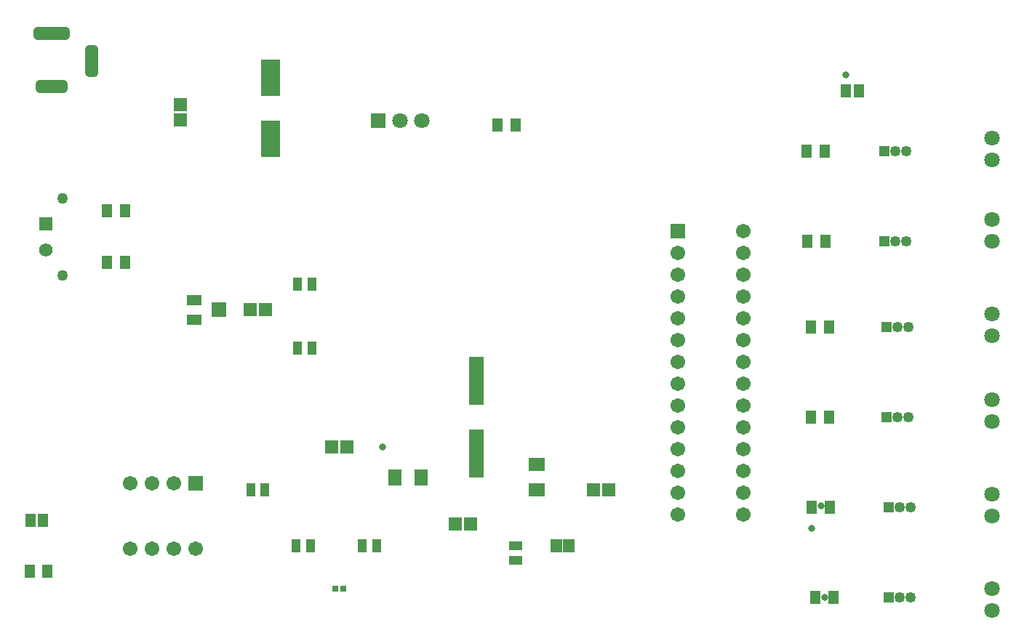
<source format=gts>
G04*
G04 #@! TF.GenerationSoftware,Altium Limited,Altium Designer,21.2.2 (38)*
G04*
G04 Layer_Color=8388736*
%FSLAX25Y25*%
%MOIN*%
G70*
G04*
G04 #@! TF.SameCoordinates,D655011B-D58E-49C3-9971-1785A8161550*
G04*
G04*
G04 #@! TF.FilePolarity,Negative*
G04*
G01*
G75*
%ADD18R,0.04750X0.05938*%
%ADD19R,0.06127X0.05924*%
%ADD23R,0.05924X0.06127*%
%ADD25R,0.07505X0.05924*%
%ADD26R,0.05924X0.07505*%
%ADD29R,0.02631X0.02648*%
%ADD31R,0.08674X0.16548*%
%ADD32R,0.04737X0.06115*%
%ADD33R,0.04147X0.06115*%
%ADD34R,0.07099X0.05131*%
%ADD35R,0.07099X0.07099*%
%ADD36R,0.06706X0.22453*%
%ADD37R,0.06115X0.04147*%
%ADD38R,0.05328X0.06115*%
%ADD39R,0.05131X0.06115*%
G04:AMPARAMS|DCode=40|XSize=165.48mil|YSize=59.18mil|CornerRadius=16.8mil|HoleSize=0mil|Usage=FLASHONLY|Rotation=180.000|XOffset=0mil|YOffset=0mil|HoleType=Round|Shape=RoundedRectangle|*
%AMROUNDEDRECTD40*
21,1,0.16548,0.02559,0,0,180.0*
21,1,0.13189,0.05918,0,0,180.0*
1,1,0.03359,-0.06594,0.01280*
1,1,0.03359,0.06594,0.01280*
1,1,0.03359,0.06594,-0.01280*
1,1,0.03359,-0.06594,-0.01280*
%
%ADD40ROUNDEDRECTD40*%
G04:AMPARAMS|DCode=41|XSize=145.8mil|YSize=59.18mil|CornerRadius=16.8mil|HoleSize=0mil|Usage=FLASHONLY|Rotation=180.000|XOffset=0mil|YOffset=0mil|HoleType=Round|Shape=RoundedRectangle|*
%AMROUNDEDRECTD41*
21,1,0.14580,0.02559,0,0,180.0*
21,1,0.11221,0.05918,0,0,180.0*
1,1,0.03359,-0.05610,0.01280*
1,1,0.03359,0.05610,0.01280*
1,1,0.03359,0.05610,-0.01280*
1,1,0.03359,-0.05610,-0.01280*
%
%ADD41ROUNDEDRECTD41*%
G04:AMPARAMS|DCode=42|XSize=145.8mil|YSize=59.18mil|CornerRadius=16.8mil|HoleSize=0mil|Usage=FLASHONLY|Rotation=270.000|XOffset=0mil|YOffset=0mil|HoleType=Round|Shape=RoundedRectangle|*
%AMROUNDEDRECTD42*
21,1,0.14580,0.02559,0,0,270.0*
21,1,0.11221,0.05918,0,0,270.0*
1,1,0.03359,-0.01280,-0.05610*
1,1,0.03359,-0.01280,0.05610*
1,1,0.03359,0.01280,0.05610*
1,1,0.03359,0.01280,-0.05610*
%
%ADD42ROUNDEDRECTD42*%
%ADD43R,0.06181X0.06181*%
%ADD44C,0.06181*%
%ADD45C,0.05000*%
%ADD46R,0.07099X0.07099*%
%ADD47C,0.07099*%
%ADD48R,0.04934X0.04934*%
%ADD49C,0.04934*%
%ADD50C,0.06706*%
%ADD51R,0.06706X0.06706*%
%ADD52R,0.06706X0.06706*%
%ADD53C,0.03162*%
D18*
X88382Y251968D02*
D03*
X96657D02*
D03*
X267516Y291339D02*
D03*
X275791D02*
D03*
X409048Y279528D02*
D03*
X417323D02*
D03*
X88382Y228347D02*
D03*
X96657D02*
D03*
X409449Y238189D02*
D03*
X417723D02*
D03*
X411017Y198819D02*
D03*
X419291D02*
D03*
X411217Y157480D02*
D03*
X419492D02*
D03*
X61224Y86614D02*
D03*
X52949D02*
D03*
X411417Y116142D02*
D03*
X419692D02*
D03*
X413186Y74803D02*
D03*
X421460D02*
D03*
D19*
X122047Y293698D02*
D03*
Y300791D02*
D03*
D23*
X161027Y206693D02*
D03*
X153934D02*
D03*
X318507Y124016D02*
D03*
X311414D02*
D03*
X198428Y143701D02*
D03*
X191336D02*
D03*
X248032Y108268D02*
D03*
X255124D02*
D03*
D25*
X285433Y135833D02*
D03*
Y124016D02*
D03*
D26*
X232286Y129921D02*
D03*
X220469D02*
D03*
D29*
X192913Y78740D02*
D03*
X196867D02*
D03*
D31*
X163386Y313189D02*
D03*
Y285236D02*
D03*
D32*
X433071Y307087D02*
D03*
X427165D02*
D03*
D33*
X175886Y218504D02*
D03*
X182382D02*
D03*
Y188976D02*
D03*
X175886D02*
D03*
X160728Y124016D02*
D03*
X154232D02*
D03*
X205413Y98425D02*
D03*
X211909D02*
D03*
X175197D02*
D03*
X181693D02*
D03*
D34*
X128346Y211221D02*
D03*
Y202165D02*
D03*
D35*
X139764Y206693D02*
D03*
D36*
X257874Y174213D02*
D03*
Y140748D02*
D03*
D37*
X275591Y91929D02*
D03*
Y98425D02*
D03*
D38*
X300098D02*
D03*
X294390D02*
D03*
D39*
X53543Y110236D02*
D03*
X59055D02*
D03*
D40*
X62992Y333465D02*
D03*
D41*
Y309055D02*
D03*
D42*
X81496Y320866D02*
D03*
D43*
X60295Y246063D02*
D03*
D44*
Y234252D02*
D03*
D45*
X68012Y257874D02*
D03*
Y222441D02*
D03*
D46*
X212598Y293307D02*
D03*
D47*
X222598D02*
D03*
X232598D02*
D03*
X494095Y285591D02*
D03*
Y275591D02*
D03*
Y248189D02*
D03*
Y238189D02*
D03*
Y204882D02*
D03*
Y194882D02*
D03*
Y165512D02*
D03*
Y155512D02*
D03*
Y122205D02*
D03*
Y112205D02*
D03*
Y78898D02*
D03*
Y68898D02*
D03*
D48*
X444882Y279528D02*
D03*
Y238189D02*
D03*
X445787Y198819D02*
D03*
Y157480D02*
D03*
X446850Y116142D02*
D03*
Y74803D02*
D03*
D49*
X449882Y279528D02*
D03*
X454882D02*
D03*
X449882Y238189D02*
D03*
X454882D02*
D03*
X450787Y198819D02*
D03*
X455787D02*
D03*
X450787Y157480D02*
D03*
X455787D02*
D03*
X451850Y116142D02*
D03*
X456850D02*
D03*
X451850Y74803D02*
D03*
X456850D02*
D03*
D50*
X379921Y112756D02*
D03*
Y122756D02*
D03*
Y132756D02*
D03*
Y142756D02*
D03*
Y152756D02*
D03*
Y162756D02*
D03*
Y172756D02*
D03*
Y182756D02*
D03*
Y192756D02*
D03*
Y202756D02*
D03*
Y212756D02*
D03*
Y222756D02*
D03*
Y232756D02*
D03*
Y242756D02*
D03*
X349921Y112756D02*
D03*
Y122756D02*
D03*
Y132756D02*
D03*
Y142756D02*
D03*
Y152756D02*
D03*
Y162756D02*
D03*
Y172756D02*
D03*
Y182756D02*
D03*
Y192756D02*
D03*
Y202756D02*
D03*
Y212756D02*
D03*
Y222756D02*
D03*
Y232756D02*
D03*
X99173Y97205D02*
D03*
X109173D02*
D03*
X119173D02*
D03*
X129173D02*
D03*
X99173Y127205D02*
D03*
X109173D02*
D03*
X119173D02*
D03*
D51*
X349921Y242756D02*
D03*
D52*
X129173Y127205D02*
D03*
D53*
X214690Y143701D02*
D03*
X411417Y106490D02*
D03*
X415590Y116690D02*
D03*
X417290Y74790D02*
D03*
X427165Y314290D02*
D03*
M02*

</source>
